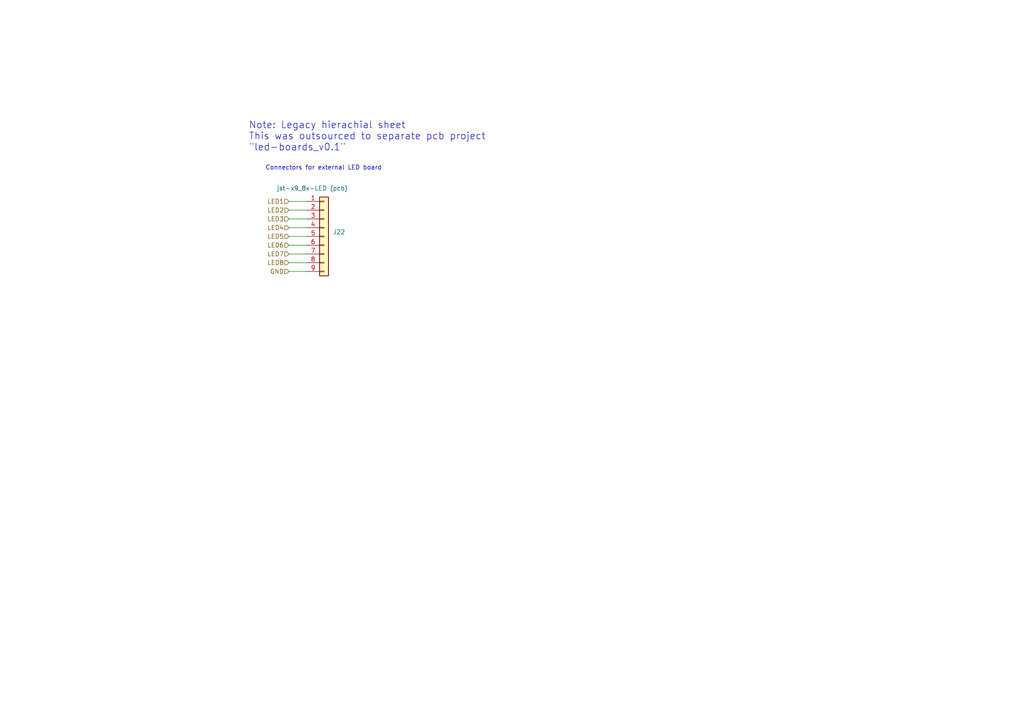
<source format=kicad_sch>
(kicad_sch (version 20231120) (generator "eeschema") (generator_version "8.0")
  (paper "A4")
  (lib_symbols
    (symbol "Connector_Generic:Conn_01x09" (pin_names (offset 1.016) hide)
      (property "Reference" "J" (at 0 12.7 0))
      (property "Value" "Conn_01x09" (at 0 -12.7 0))
      (symbol "Conn_01x09_1_1"
        (rectangle (start -1.27 -10.033) (end 0 -10.287) (stroke (width 0.1524)))
        (rectangle (start -1.27 -7.493) (end 0 -7.747) (stroke (width 0.1524)))
        (rectangle (start -1.27 -4.953) (end 0 -5.207) (stroke (width 0.1524)))
        (rectangle (start -1.27 -2.413) (end 0 -2.667) (stroke (width 0.1524)))
        (rectangle (start -1.27 0.127) (end 0 -0.127) (stroke (width 0.1524)))
        (rectangle (start -1.27 2.667) (end 0 2.413) (stroke (width 0.1524)))
        (rectangle (start -1.27 5.207) (end 0 4.953) (stroke (width 0.1524)))
        (rectangle (start -1.27 7.747) (end 0 7.493) (stroke (width 0.1524)))
        (rectangle (start -1.27 10.287) (end 0 10.033) (stroke (width 0.1524)))
        (rectangle (start -1.27 11.43) (end 1.27 -11.43) (stroke (width 0.254)) (fill (type background)))
        (pin passive line (at -5.08 10.16 0) (length 3.81) (name "Pin_1") (number "1"))
        (pin passive line (at -5.08 7.62 0) (length 3.81) (name "Pin_2") (number "2"))
        (pin passive line (at -5.08 5.08 0) (length 3.81) (name "Pin_3") (number "3"))
        (pin passive line (at -5.08 2.54 0) (length 3.81) (name "Pin_4") (number "4"))
        (pin passive line (at -5.08 0 0) (length 3.81) (name "Pin_5") (number "5"))
        (pin passive line (at -5.08 -2.54 0) (length 3.81) (name "Pin_6") (number "6"))
        (pin passive line (at -5.08 -5.08 0) (length 3.81) (name "Pin_7") (number "7"))
        (pin passive line (at -5.08 -7.62 0) (length 3.81) (name "Pin_8") (number "8"))
        (pin passive line (at -5.08 -10.16 0) (length 3.81) (name "Pin_9") (number "9"))
      )
    )
  )
  (wire (pts (xy 83.82 66.04) (xy 88.9 66.04)))
  (wire (pts (xy 83.82 63.5) (xy 88.9 63.5)))
  (wire (pts (xy 83.82 73.66) (xy 88.9 73.66)))
  (wire (pts (xy 83.82 76.2) (xy 88.9 76.2)))
  (wire (pts (xy 83.82 68.58) (xy 88.9 68.58)))
  (wire (pts (xy 83.82 78.74) (xy 88.9 78.74)))
  (wire (pts (xy 83.82 60.96) (xy 88.9 60.96)))
  (wire (pts (xy 83.82 58.42) (xy 88.9 58.42)))
  (wire (pts (xy 83.82 71.12) (xy 88.9 71.12)))
  (text "Connectors for external LED board" (at 76.962 48.768 0) (effects (font (size 1.27 1.27)) (justify left)))
  (text "Note: Legacy hierachial sheet\nThis was outsourced to separate pcb project \n\"led-boards_v0.1\"" (at 72.136 39.624 0) (effects (font (size 2 2)) (justify left)))
  (hierarchical_label "LED8" (shape input) (at 83.82 76.2 180))
  (hierarchical_label "LED4" (shape input) (at 83.82 66.04 180))
  (hierarchical_label "GND" (shape input) (at 83.82 78.74 180))
  (hierarchical_label "LED5" (shape input) (at 83.82 68.58 180))
  (hierarchical_label "LED6" (shape input) (at 83.82 71.12 180))
  (hierarchical_label "LED2" (shape input) (at 83.82 60.96 180))
  (hierarchical_label "LED7" (shape input) (at 83.82 73.66 180))
  (hierarchical_label "LED3" (shape input) (at 83.82 63.5 180))
  (hierarchical_label "LED1" (shape input) (at 83.82 58.42 180))
  (symbol (lib_id "Connector_Generic:Conn_01x09") (at 93.98 68.58 0) (unit 1)
    (property "Reference" "J22" (at 96.52 67.3099 0) (effects (justify left)))
    (property "Value" "jst-x9_8x-LED (pcb)" (at 80.264 54.61 0) (effects (justify left)))
    (property "Footprint" "Connector_JST:JST_XH_B9B-XH-A_1x09_P2.50mm_Vertical" (effects (hide yes)))
    (property "Datasheet" "https://www.ebay.de/itm/183466543983" (effects (hide yes)))
    (property "Description" "Generic connector, single row, 01x09, script generated (kicad-library-utils/schlib/autogen/connector/)" (effects (hide yes)))
  )
)
</source>
